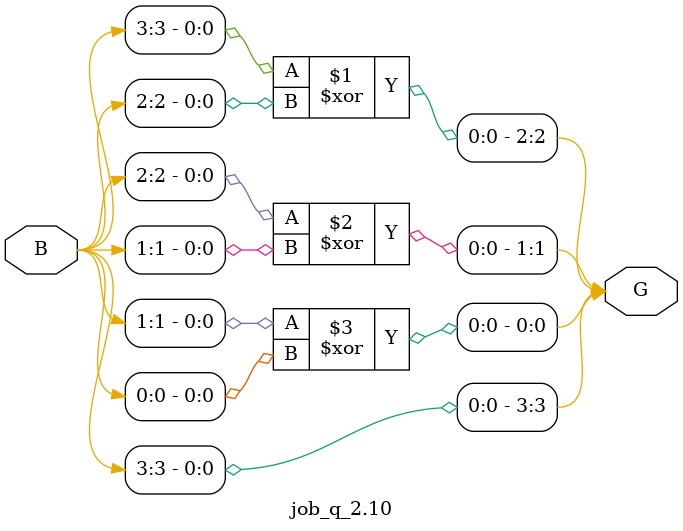
<source format=sv>
module  job_q_2.10(
    input logic [3:0] B,   
    output logic [3:0] G  
);
    assign G[3] = B[3];       
    assign G[2] = B[3] ^ B[2]; 
    assign G[1] = B[2] ^ B[1];
    assign G[0] = B[1] ^ B[0];  
endmodule

</source>
